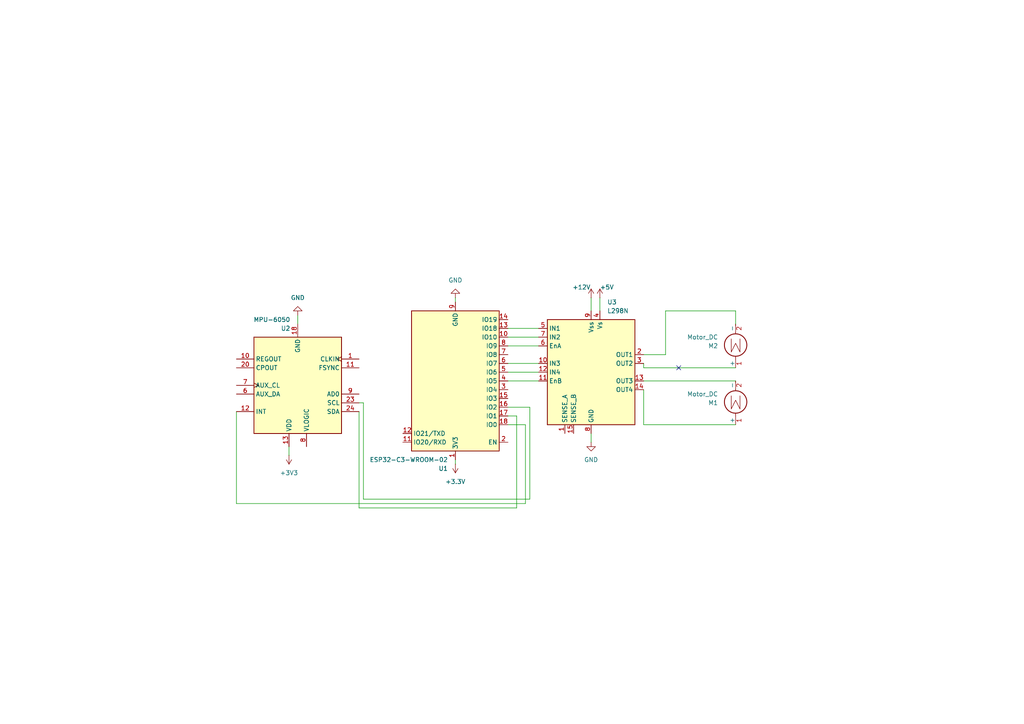
<source format=kicad_sch>
(kicad_sch (version 20250114) (generator "eeschema") (generator_version "9.0")
  (paper "A4")
  (lib_symbols
    (symbol "Driver_Motor:L298N"
      (property "Reference" "U" (at -10.16 16.51 0))
      (property "Value" "L298N" (at 12.7 16.51 0))
      (symbol "L298N_0_1"
        (rectangle (start -12.7 15.24) (end 12.7 -15.24) (stroke (width 0.254)) (fill (type background)))
      )
      (symbol "L298N_1_1"
        (pin input line (at -15.24 12.7 0) (length 2.54) (name "IN1") (number "5"))
        (pin input line (at -15.24 10.16 0) (length 2.54) (name "IN2") (number "7"))
        (pin input line (at -15.24 7.62 0) (length 2.54) (name "EnA") (number "6"))
        (pin input line (at -15.24 2.54 0) (length 2.54) (name "IN3") (number "10"))
        (pin input line (at -15.24 0 0) (length 2.54) (name "IN4") (number "12"))
        (pin input line (at -15.24 -2.54 0) (length 2.54) (name "EnB") (number "11"))
        (pin input line (at -7.62 -17.78 90) (length 2.54) (name "SENSE_A") (number "1"))
        (pin input line (at -5.08 -17.78 90) (length 2.54) (name "SENSE_B") (number "15"))
        (pin power_in line (at 0 17.78 270) (length 2.54) (name "Vss") (number "9"))
        (pin power_in line (at 0 -17.78 90) (length 2.54) (name "GND") (number "8"))
        (pin power_in line (at 2.54 17.78 270) (length 2.54) (name "Vs") (number "4"))
        (pin output line (at 15.24 5.08 180) (length 2.54) (name "OUT1") (number "2"))
        (pin output line (at 15.24 2.54 180) (length 2.54) (name "OUT2") (number "3"))
        (pin output line (at 15.24 -2.54 180) (length 2.54) (name "OUT3") (number "13"))
        (pin output line (at 15.24 -5.08 180) (length 2.54) (name "OUT4") (number "14"))
      )
    )
    (symbol "Motor:Motor_DC" (pin_names (offset 0))
      (property "Reference" "M" (at 2.54 2.54 0))
      (property "Value" "Motor_DC" (at 2.54 -5.08 0))
      (symbol "Motor_DC_0_0"
        (polyline (pts (xy -1.27 -3.302) (xy -1.27 0.508) (xy 0 -2.032) (xy 1.27 0.508) (xy 1.27 -3.302)))
      )
      (symbol "Motor_DC_0_1"
        (polyline (pts (xy 0 2.032) (xy 0 2.54)))
        (polyline (pts (xy 0 1.7272) (xy 0 2.0828)))
        (circle (center 0 -1.524) (radius 3.2512) (stroke (width 0.254)))
        (polyline (pts (xy 0 -4.7752) (xy 0 -5.1816)))
        (polyline (pts (xy 0 -7.62) (xy 0 -7.112)))
      )
      (symbol "Motor_DC_1_1"
        (pin passive line (at 0 5.08 270) (length 2.54) (name "+") (number "1"))
        (pin passive line (at 0 -7.62 90) (length 2.54) (name "-") (number "2"))
      )
    )
    (symbol "RF_Module:ESP32-C3-WROOM-02"
      (property "Reference" "U" (at -12.192 21.336 0))
      (property "Value" "ESP32-C3-WROOM-02" (at 12.192 21.336 0))
      (symbol "ESP32-C3-WROOM-02_1_1"
        (rectangle (start -12.7 20.32) (end 12.7 -20.32) (stroke (width 0.254)) (fill (type background)))
        (pin input line (at -15.24 17.78 0) (length 2.54) (name "EN") (number "2"))
        (pin bidirectional line (at -15.24 12.7 0) (length 2.54) (name "IO0") (number "18"))
        (pin bidirectional line (at -15.24 10.16 0) (length 2.54) (name "IO1") (number "17"))
        (pin bidirectional line (at -15.24 7.62 0) (length 2.54) (name "IO2") (number "16"))
        (pin bidirectional line (at -15.24 5.08 0) (length 2.54) (name "IO3") (number "15"))
        (pin bidirectional line (at -15.24 2.54 0) (length 2.54) (name "IO4") (number "3"))
        (pin bidirectional line (at -15.24 0 0) (length 2.54) (name "IO5") (number "4"))
        (pin bidirectional line (at -15.24 -2.54 0) (length 2.54) (name "IO6") (number "5"))
        (pin bidirectional line (at -15.24 -5.08 0) (length 2.54) (name "IO7") (number "6"))
        (pin bidirectional line (at -15.24 -7.62 0) (length 2.54) (name "IO8") (number "7"))
        (pin bidirectional line (at -15.24 -10.16 0) (length 2.54) (name "IO9") (number "8"))
        (pin bidirectional line (at -15.24 -12.7 0) (length 2.54) (name "IO10") (number "10"))
        (pin bidirectional line (at -15.24 -15.24 0) (length 2.54) (name "IO18") (number "13"))
        (pin bidirectional line (at -15.24 -17.78 0) (length 2.54) (name "IO19") (number "14"))
        (pin power_in line (at 0 22.86 270) (length 2.54) (name "3V3") (number "1"))
        (pin passive line (at 0 -22.86 90) (length 2.54) (hide yes) (name "GND") (number "19"))
        (pin power_in line (at 0 -22.86 90) (length 2.54) (name "GND") (number "9"))
        (pin bidirectional line (at 15.24 17.78 180) (length 2.54) (name "IO20/RXD") (number "11"))
        (pin bidirectional line (at 15.24 15.24 180) (length 2.54) (name "IO21/TXD") (number "12"))
      )
    )
    (symbol "Sensor_Motion:MPU-6050"
      (property "Reference" "U" (at -11.43 13.97 0))
      (property "Value" "MPU-6050" (at 7.62 -15.24 0))
      (symbol "MPU-6050_0_1"
        (rectangle (start -12.7 13.97) (end 12.7 -13.97) (stroke (width 0.254)) (fill (type background)))
      )
      (symbol "MPU-6050_1_1"
        (pin bidirectional line (at -17.78 7.62 0) (length 5.08) (name "SDA") (number "24"))
        (pin input line (at -17.78 5.08 0) (length 5.08) (name "SCL") (number "23"))
        (pin input line (at -17.78 2.54 0) (length 5.08) (name "AD0") (number "9"))
        (pin input line (at -17.78 -5.08 0) (length 5.08) (name "FSYNC") (number "11"))
        (pin input clock (at -17.78 -7.62 0) (length 5.08) (name "CLKIN") (number "1"))
        (pin no_connect line (at -12.7 12.7 0) (length 2.54) (hide yes) (name "NC") (number "2"))
        (pin no_connect line (at -12.7 10.16 0) (length 2.54) (hide yes) (name "NC") (number "3"))
        (pin no_connect line (at -12.7 0 0) (length 2.54) (hide yes) (name "NC") (number "4"))
        (pin no_connect line (at -12.7 -2.54 0) (length 2.54) (hide yes) (name "NC") (number "5"))
        (pin no_connect line (at -12.7 -10.16 0) (length 2.54) (hide yes) (name "NC") (number "14"))
        (pin power_in line (at -2.54 17.78 270) (length 3.81) (name "VLOGIC") (number "8"))
        (pin power_in line (at 0 -17.78 90) (length 3.81) (name "GND") (number "18"))
        (pin power_in line (at 2.54 17.78 270) (length 3.81) (name "VDD") (number "13"))
        (pin no_connect line (at 12.7 12.7 180) (length 2.54) (hide yes) (name "NC") (number "15"))
        (pin no_connect line (at 12.7 10.16 180) (length 2.54) (hide yes) (name "NC") (number "16"))
        (pin no_connect line (at 12.7 5.08 180) (length 2.54) (hide yes) (name "NC") (number "17"))
        (pin no_connect line (at 12.7 -2.54 180) (length 2.54) (hide yes) (name "RESV") (number "21"))
        (pin no_connect line (at 12.7 -10.16 180) (length 2.54) (hide yes) (name "RESV") (number "19"))
        (pin no_connect line (at 12.7 -12.7 180) (length 2.54) (hide yes) (name "RESV") (number "22"))
        (pin output line (at 17.78 7.62 180) (length 5.08) (name "INT") (number "12"))
        (pin bidirectional line (at 17.78 2.54 180) (length 5.08) (name "AUX_DA") (number "6"))
        (pin output clock (at 17.78 0 180) (length 5.08) (name "AUX_CL") (number "7"))
        (pin passive line (at 17.78 -5.08 180) (length 5.08) (name "CPOUT") (number "20"))
        (pin passive line (at 17.78 -7.62 180) (length 5.08) (name "REGOUT") (number "10"))
      )
    )
    (symbol "power:+12V" (power) (pin_numbers (hide yes)) (pin_names (offset 0) (hide yes))
      (property "Value" "+12V" (at 0 3.556 0))
      (symbol "+12V_0_1"
        (polyline (pts (xy -0.762 1.27) (xy 0 2.54)))
        (polyline (pts (xy 0 2.54) (xy 0.762 1.27)))
        (polyline (pts (xy 0 0) (xy 0 2.54)))
      )
      (symbol "+12V_1_1"
        (pin power_in line (at 0 0 90) (length 0) (name "~") (number "1"))
      )
    )
    (symbol "power:+3.3V" (power) (pin_numbers (hide yes)) (pin_names (offset 0) (hide yes))
      (property "Value" "+3.3V" (at 0 3.556 0))
      (symbol "+3.3V_0_1"
        (polyline (pts (xy -0.762 1.27) (xy 0 2.54)))
        (polyline (pts (xy 0 2.54) (xy 0.762 1.27)))
        (polyline (pts (xy 0 0) (xy 0 2.54)))
      )
      (symbol "+3.3V_1_1"
        (pin power_in line (at 0 0 90) (length 0) (name "~") (number "1"))
      )
    )
    (symbol "power:+3V3" (power) (pin_numbers (hide yes)) (pin_names (offset 0) (hide yes))
      (property "Value" "+3V3" (at 0 3.556 0))
      (symbol "+3V3_0_1"
        (polyline (pts (xy -0.762 1.27) (xy 0 2.54)))
        (polyline (pts (xy 0 2.54) (xy 0.762 1.27)))
        (polyline (pts (xy 0 0) (xy 0 2.54)))
      )
      (symbol "+3V3_1_1"
        (pin power_in line (at 0 0 90) (length 0) (name "~") (number "1"))
      )
    )
    (symbol "power:+5V" (power) (pin_numbers (hide yes)) (pin_names (offset 0) (hide yes))
      (property "Value" "+5V" (at 0 3.556 0))
      (symbol "+5V_0_1"
        (polyline (pts (xy -0.762 1.27) (xy 0 2.54)))
        (polyline (pts (xy 0 2.54) (xy 0.762 1.27)))
        (polyline (pts (xy 0 0) (xy 0 2.54)))
      )
      (symbol "+5V_1_1"
        (pin power_in line (at 0 0 90) (length 0) (name "~") (number "1"))
      )
    )
    (symbol "power:GND" (power) (pin_numbers (hide yes)) (pin_names (offset 0) (hide yes))
      (property "Value" "GND" (at 0 -3.81 0))
      (symbol "GND_0_1"
        (polyline (pts (xy 0 0) (xy 0 -1.27) (xy 1.27 -1.27) (xy 0 -2.54) (xy -1.27 -1.27) (xy 0 -1.27)))
      )
      (symbol "GND_1_1"
        (pin power_in line (at 0 0 270) (length 0) (name "~") (number "1"))
      )
    )
  )
  (no_connect (at 196.85 106.68))
  (wire (pts (xy 153.67 118.11) (xy 147.32 118.11)))
  (wire (pts (xy 193.04 102.87) (xy 193.04 90.17)))
  (wire (pts (xy 104.14 147.32) (xy 149.86 147.32)))
  (wire (pts (xy 193.04 90.17) (xy 213.36 90.17)))
  (wire (pts (xy 104.14 119.38) (xy 104.14 147.32)))
  (wire (pts (xy 213.36 123.19) (xy 186.69 123.19)))
  (wire (pts (xy 156.21 95.25) (xy 147.32 95.25)))
  (wire (pts (xy 152.4 123.19) (xy 147.32 123.19)))
  (wire (pts (xy 132.08 134.62) (xy 132.08 133.35)))
  (wire (pts (xy 149.86 147.32) (xy 149.86 120.65)))
  (wire (pts (xy 156.21 105.41) (xy 147.32 105.41)))
  (wire (pts (xy 186.69 106.68) (xy 186.69 105.41)))
  (wire (pts (xy 186.69 123.19) (xy 186.69 113.03)))
  (wire (pts (xy 86.36 93.98) (xy 86.36 91.44)))
  (wire (pts (xy 105.41 116.84) (xy 105.41 144.78)))
  (wire (pts (xy 213.36 90.17) (xy 213.36 93.98)))
  (wire (pts (xy 186.69 102.87) (xy 193.04 102.87)))
  (wire (pts (xy 152.4 146.05) (xy 152.4 123.19)))
  (wire (pts (xy 171.45 125.73) (xy 171.45 128.27)))
  (wire (pts (xy 173.99 86.36) (xy 173.99 90.17)))
  (wire (pts (xy 105.41 144.78) (xy 153.67 144.78)))
  (wire (pts (xy 104.14 116.84) (xy 105.41 116.84)))
  (wire (pts (xy 213.36 110.49) (xy 186.69 110.49)))
  (wire (pts (xy 149.86 120.65) (xy 147.32 120.65)))
  (wire (pts (xy 156.21 110.49) (xy 147.32 110.49)))
  (wire (pts (xy 68.58 146.05) (xy 152.4 146.05)))
  (wire (pts (xy 171.45 86.36) (xy 171.45 90.17)))
  (wire (pts (xy 156.21 100.33) (xy 147.32 100.33)))
  (wire (pts (xy 83.82 132.08) (xy 83.82 129.54)))
  (wire (pts (xy 213.36 106.68) (xy 186.69 106.68)))
  (wire (pts (xy 68.58 119.38) (xy 68.58 146.05)))
  (wire (pts (xy 153.67 144.78) (xy 153.67 118.11)))
  (wire (pts (xy 156.21 97.79) (xy 147.32 97.79)))
  (wire (pts (xy 132.08 87.63) (xy 132.08 86.36)))
  (wire (pts (xy 156.21 107.95) (xy 147.32 107.95)))
  (symbol (lib_id "Driver_Motor:L298N") (at 171.45 107.95 0) (unit 1)
    (property "Reference" "U3" (at 176.1333 87.63 0) (effects (justify left)))
    (property "Value" "L298N" (at 176.1333 90.17 0) (effects (justify left)))
    (property "Footprint" "Package_TO_SOT_THT:TO-220-15_P2.54x5.08mm_StaggerOdd_Lead4.58mm_Vertical" (effects (hide yes)))
    (property "Datasheet" "http://www.st.com/st-web-ui/static/active/en/resource/technical/document/datasheet/CD00000240.pdf" (effects (hide yes)))
    (property "Description" "Dual full bridge motor driver, up to 46V, 4A, Multiwatt15-V" (effects (hide yes)))
  )
  (symbol (lib_id "power:+3.3V") (at 132.08 134.62 180) (unit 1)
    (property "Reference" "#PWR01" (effects (hide yes)))
    (property "Value" "+3.3V" (at 132.08 139.7 0))
    (property "Description" "Power symbol creates a global label with name \"+3.3V\"" (effects (hide yes)))
  )
  (symbol (lib_id "power:+5V") (at 173.99 86.36 0) (unit 1)
    (property "Reference" "#PWR06" (effects (hide yes)))
    (property "Value" "+5V" (at 176.022 83.312 0))
    (property "Description" "Power symbol creates a global label with name \"+5V\"" (effects (hide yes)))
  )
  (symbol (lib_id "power:GND") (at 86.36 91.44 180) (unit 1)
    (property "Reference" "#PWR03" (effects (hide yes)))
    (property "Value" "GND" (at 86.36 86.36 0))
    (property "Description" "Power symbol creates a global label with name \"GND\" , ground" (effects (hide yes)))
  )
  (symbol (lib_id "Motor:Motor_DC") (at 213.36 118.11 180) (unit 1)
    (property "Reference" "M1" (at 208.28 116.8401 0) (effects (justify left)))
    (property "Value" "Motor_DC" (at 208.28 114.3001 0) (effects (justify left)))
    (property "Description" "DC Motor" (effects (hide yes)))
  )
  (symbol (lib_id "power:GND") (at 132.08 86.36 180) (unit 1)
    (property "Reference" "#PWR02" (effects (hide yes)))
    (property "Value" "GND" (at 132.08 81.28 0))
    (property "Description" "Power symbol creates a global label with name \"GND\" , ground" (effects (hide yes)))
  )
  (symbol (lib_id "Sensor_Motion:MPU-6050") (at 86.36 111.76 180) (unit 1)
    (property "Reference" "U2" (at 84.2167 95.25 0) (effects (justify left)))
    (property "Value" "MPU-6050" (at 84.2167 92.71 0) (effects (justify left)))
    (property "Footprint" "Sensor_Motion:InvenSense_QFN-24_4x4mm_P0.5mm" (effects (hide yes)))
    (property "Datasheet" "https://invensense.tdk.com/wp-content/uploads/2015/02/MPU-6000-Datasheet1.pdf" (effects (hide yes)))
    (property "Description" "InvenSense 6-Axis Motion Sensor, Gyroscope, Accelerometer, I2C" (effects (hide yes)))
  )
  (symbol (lib_id "RF_Module:ESP32-C3-WROOM-02") (at 132.08 110.49 180) (unit 1)
    (property "Reference" "U1" (at 129.9367 135.89 0) (effects (justify left)))
    (property "Value" "ESP32-C3-WROOM-02" (at 129.9367 133.35 0) (effects (justify left)))
    (property "Footprint" "RF_Module:ESP32-C3-WROOM-02" (effects (hide yes)))
    (property "Datasheet" "https://www.espressif.com/sites/default/files/documentation/esp32-c3-wroom-02_datasheet_en.pdf" (effects (hide yes)))
    (property "Description" "802.11 b/g/n Wi­Fi and Bluetooth 5 module, ESP32­C3 SoC, RISC­V microprocessor, On-board antenna" (effects (hide yes)))
  )
  (symbol (lib_id "power:+3V3") (at 83.82 132.08 180) (unit 1)
    (property "Reference" "#PWR04" (effects (hide yes)))
    (property "Value" "+3V3" (at 83.82 137.16 0))
    (property "Description" "Power symbol creates a global label with name \"+3V3\"" (effects (hide yes)))
  )
  (symbol (lib_id "power:+12V") (at 171.45 86.36 0) (unit 1)
    (property "Reference" "#PWR07" (effects (hide yes)))
    (property "Value" "+12V" (at 168.656 83.312 0))
    (property "Description" "Power symbol creates a global label with name \"+12V\"" (effects (hide yes)))
  )
  (symbol (lib_id "Motor:Motor_DC") (at 213.36 101.6 180) (unit 1)
    (property "Reference" "M2" (at 208.28 100.3301 0) (effects (justify left)))
    (property "Value" "Motor_DC" (at 208.28 97.7901 0) (effects (justify left)))
    (property "Description" "DC Motor" (effects (hide yes)))
  )
  (symbol (lib_id "power:GND") (at 171.45 128.27 0) (unit 1)
    (property "Reference" "#PWR05" (effects (hide yes)))
    (property "Value" "GND" (at 171.45 133.35 0))
    (property "Description" "Power symbol creates a global label with name \"GND\" , ground" (effects (hide yes)))
  )
)
</source>
